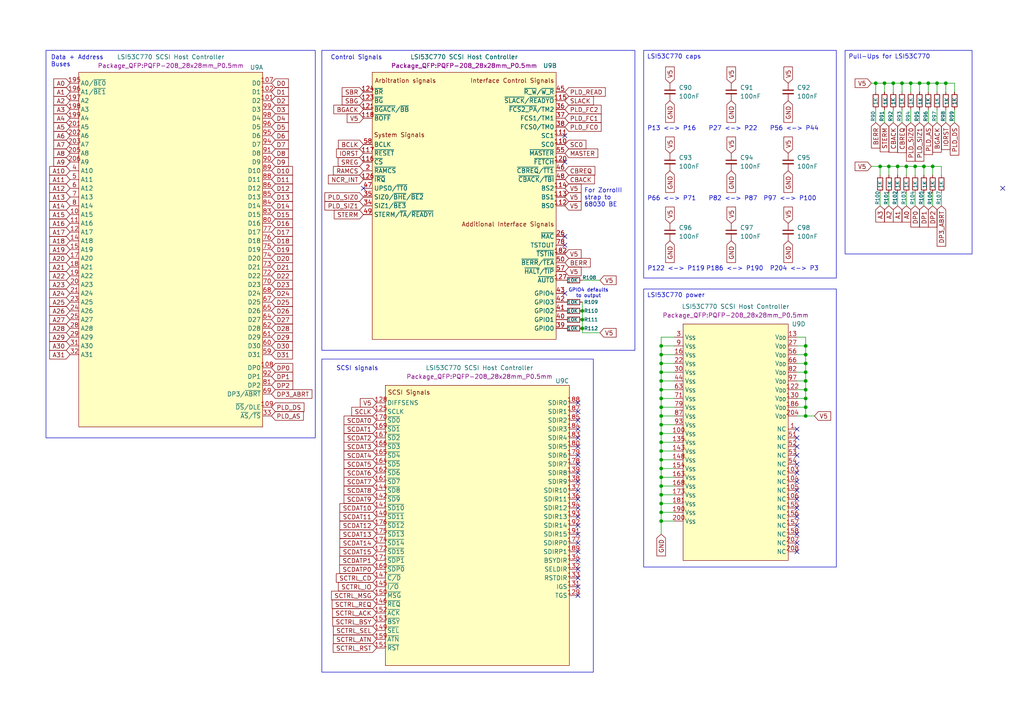
<source format=kicad_sch>
(kicad_sch (version 20250114) (generator "eeschema") (generator_version "9.0")
  (paper "A4")
  (title_block (title "A4092") (rev "PROTO0") (company "amiga.technology"))
  (rectangle (start 93.345 14.605) (end 184.15 101.6))
  (rectangle (start 13.335 14.605) (end 91.44 127))
  (rectangle (start 93.345 104.14) (end 172.085 194.945))
  (text "P13 <-> P16" (at 194.818 37.338 0) (effects (font (size 1.27 1.27))))
  (text "P122 <-> P119" (at 196.088 77.978 0) (effects (font (size 1.27 1.27))))
  (text "P66 <-> P71" (at 194.818 57.658 0) (effects (font (size 1.27 1.27))))
  (text "GPIO4 defaults\nto output" (at 170.688 85.09 0) (effects (font (size 1.016 1.016))))
  (text "P186 <-> P190" (at 213.106 77.978 0) (effects (font (size 1.27 1.27))))
  (text "SCSI signals" (at 103.632 106.934 0) (effects (font (size 1.27 1.27))))
  (text "Control Signals" (at 103.378 16.764 0) (effects (font (size 1.27 1.27))))
  (text "P204 <-> P3" (at 230.378 77.978 0) (effects (font (size 1.27 1.27))))
  (text "P56 <-> P44" (at 230.378 37.338 0) (effects (font (size 1.27 1.27))))
  (text "Data + Address\nBuses" (at 14.732 17.78 0) (effects (font (size 1.27 1.27)) (justify left)))
  (text "P82 <-> P87" (at 212.598 57.658 0) (effects (font (size 1.27 1.27))))
  (text "For ZorroIII\nstrap to \n68030 BE" (at 169.418 57.404 0) (effects (font (size 1.27 1.27)) (justify left)))
  (text "P27 <-> P22" (at 212.598 37.338 0) (effects (font (size 1.27 1.27))))
  (text "P97 <-> P100" (at 229.108 57.658 0) (effects (font (size 1.27 1.27))))
  (text_box "LSI53C770 caps" (at 186.69 14.605 0) (size 55.88 66.04) (margins 0.9525 0.9525 0.9525 0.9525) (effects (font (size 1.27 1.27)) (justify left top)))
  (text_box "LSI53C770 power" (at 186.69 83.82 0) (size 55.88 80.645) (margins 0.9525 0.9525 0.9525 0.9525) (effects (font (size 1.27 1.27)) (justify left top)))
  (text_box "Pull-Ups for LSI53C770" (at 245.11 14.605 0) (size 36.83 59.055) (margins 0.9525 0.9525 0.9525 0.9525) (effects (font (size 1.27 1.27)) (justify left top)))
  (junction (at 191.77 100.33))
  (junction (at 191.77 120.65))
  (junction (at 191.77 125.73))
  (junction (at 191.77 102.87))
  (junction (at 264.16 24.13))
  (junction (at 233.68 100.33))
  (junction (at 233.68 115.57))
  (junction (at 191.77 133.35))
  (junction (at 233.68 118.11))
  (junction (at 257.81 48.26))
  (junction (at 260.35 48.26))
  (junction (at 191.77 130.81))
  (junction (at 255.27 48.26))
  (junction (at 233.68 110.49))
  (junction (at 191.77 118.11))
  (junction (at 259.08 24.13))
  (junction (at 191.77 148.59))
  (junction (at 191.77 135.89))
  (junction (at 191.77 128.27))
  (junction (at 269.24 24.13))
  (junction (at 256.54 24.13))
  (junction (at 233.68 102.87))
  (junction (at 191.77 140.97))
  (junction (at 233.68 113.03))
  (junction (at 168.91 90.17))
  (junction (at 274.32 24.13))
  (junction (at 191.77 113.03))
  (junction (at 191.77 143.51))
  (junction (at 261.62 24.13))
  (junction (at 191.77 110.49))
  (junction (at 271.78 24.13))
  (junction (at 191.77 105.41))
  (junction (at 266.7 24.13))
  (junction (at 191.77 115.57))
  (junction (at 191.77 123.19))
  (junction (at 168.91 95.25))
  (junction (at 233.68 120.65))
  (junction (at 191.77 146.05))
  (junction (at 254 24.13))
  (junction (at 270.51 48.26))
  (junction (at 191.77 138.43))
  (junction (at 191.77 151.13))
  (junction (at 267.97 48.26))
  (junction (at 265.43 48.26))
  (junction (at 233.68 105.41))
  (junction (at 191.77 107.95))
  (junction (at 262.89 48.26))
  (junction (at 168.91 92.71))
  (junction (at 233.68 107.95))
  (no_connect (at 163.83 46.99))
  (no_connect (at 167.64 129.54))
  (no_connect (at 105.41 54.61))
  (no_connect (at 231.14 144.78))
  (no_connect (at 167.64 121.92))
  (no_connect (at 167.64 144.78))
  (no_connect (at 167.64 132.08))
  (no_connect (at 167.64 139.7))
  (no_connect (at 167.64 165.1))
  (no_connect (at 231.14 149.86))
  (no_connect (at 167.64 170.18))
  (no_connect (at 231.14 154.94))
  (no_connect (at 167.64 152.4))
  (no_connect (at 167.64 116.84))
  (no_connect (at 167.64 167.64))
  (no_connect (at 167.64 137.16))
  (no_connect (at 231.14 157.48))
  (no_connect (at 231.14 132.08))
  (no_connect (at 231.14 139.7))
  (no_connect (at 231.14 152.4))
  (no_connect (at 167.64 147.32))
  (no_connect (at 167.64 127))
  (no_connect (at 163.83 39.37))
  (no_connect (at 167.64 119.38))
  (no_connect (at 167.64 154.94))
  (no_connect (at 231.14 160.02))
  (no_connect (at 167.64 157.48))
  (no_connect (at 163.83 85.09))
  (no_connect (at 231.14 134.62))
  (no_connect (at 163.83 71.12))
  (no_connect (at 231.14 127))
  (no_connect (at 231.14 137.16))
  (no_connect (at 167.64 162.56))
  (no_connect (at 167.64 142.24))
  (no_connect (at 231.14 129.54))
  (no_connect (at 290.83 54.61))
  (no_connect (at 231.14 142.24))
  (no_connect (at 231.14 124.46))
  (no_connect (at 167.64 124.46))
  (no_connect (at 167.64 149.86))
  (no_connect (at 167.64 134.62))
  (no_connect (at 231.14 147.32))
  (no_connect (at 163.83 68.58))
  (no_connect (at 167.64 160.02))
  (no_connect (at 167.64 172.72))
  (wire (pts (xy 254 35.56) (xy 254 31.75)))
  (wire (pts (xy 168.91 90.17) (xy 168.91 92.71)))
  (wire (pts (xy 191.77 115.57) (xy 191.77 118.11)))
  (wire (pts (xy 257.81 59.69) (xy 257.81 55.88)))
  (wire (pts (xy 168.91 92.71) (xy 168.91 95.25)))
  (wire (pts (xy 233.68 113.03) (xy 233.68 115.57)))
  (wire (pts (xy 252.73 24.13) (xy 254 24.13)))
  (wire (pts (xy 191.77 146.05) (xy 195.58 146.05)))
  (wire (pts (xy 173.99 96.52) (xy 168.91 96.52)))
  (wire (pts (xy 273.05 48.26) (xy 273.05 50.8)))
  (wire (pts (xy 256.54 24.13) (xy 256.54 26.67)))
  (wire (pts (xy 191.77 123.19) (xy 191.77 125.73)))
  (wire (pts (xy 231.14 107.95) (xy 233.68 107.95)))
  (wire (pts (xy 233.68 118.11) (xy 233.68 120.65)))
  (wire (pts (xy 231.14 105.41) (xy 233.68 105.41)))
  (wire (pts (xy 274.32 24.13) (xy 274.32 26.67)))
  (wire (pts (xy 191.77 110.49) (xy 191.77 107.95)))
  (wire (pts (xy 262.89 59.69) (xy 262.89 55.88)))
  (wire (pts (xy 191.77 133.35) (xy 195.58 133.35)))
  (wire (pts (xy 265.43 59.69) (xy 265.43 55.88)))
  (wire (pts (xy 264.16 24.13) (xy 264.16 26.67)))
  (wire (pts (xy 255.27 59.69) (xy 255.27 55.88)))
  (wire (pts (xy 265.43 48.26) (xy 265.43 50.8)))
  (wire (pts (xy 270.51 48.26) (xy 273.05 48.26)))
  (wire (pts (xy 266.7 24.13) (xy 266.7 26.67)))
  (wire (pts (xy 233.68 102.87) (xy 233.68 105.41)))
  (wire (pts (xy 274.32 24.13) (xy 276.86 24.13)))
  (wire (pts (xy 191.77 148.59) (xy 191.77 151.13)))
  (wire (pts (xy 255.27 48.26) (xy 257.81 48.26)))
  (wire (pts (xy 191.77 151.13) (xy 191.77 154.94)))
  (wire (pts (xy 168.91 81.28) (xy 173.99 81.28)))
  (wire (pts (xy 261.62 24.13) (xy 264.16 24.13)))
  (wire (pts (xy 256.54 24.13) (xy 259.08 24.13)))
  (wire (pts (xy 270.51 59.69) (xy 270.51 55.88)))
  (wire (pts (xy 191.77 118.11) (xy 195.58 118.11)))
  (wire (pts (xy 256.54 35.56) (xy 256.54 31.75)))
  (wire (pts (xy 231.14 120.65) (xy 233.68 120.65)))
  (wire (pts (xy 254 24.13) (xy 256.54 24.13)))
  (wire (pts (xy 191.77 120.65) (xy 191.77 123.19)))
  (wire (pts (xy 191.77 97.79) (xy 191.77 100.33)))
  (wire (pts (xy 261.62 24.13) (xy 261.62 26.67)))
  (wire (pts (xy 276.86 24.13) (xy 276.86 26.67)))
  (wire (pts (xy 262.89 48.26) (xy 265.43 48.26)))
  (wire (pts (xy 257.81 48.26) (xy 257.81 50.8)))
  (wire (pts (xy 191.77 113.03) (xy 191.77 115.57)))
  (wire (pts (xy 191.77 146.05) (xy 191.77 148.59)))
  (wire (pts (xy 191.77 130.81) (xy 195.58 130.81)))
  (wire (pts (xy 269.24 24.13) (xy 271.78 24.13)))
  (wire (pts (xy 271.78 24.13) (xy 274.32 24.13)))
  (wire (pts (xy 191.77 102.87) (xy 195.58 102.87)))
  (wire (pts (xy 231.14 118.11) (xy 233.68 118.11)))
  (wire (pts (xy 236.22 120.65) (xy 233.68 120.65)))
  (wire (pts (xy 271.78 24.13) (xy 271.78 26.67)))
  (wire (pts (xy 191.77 148.59) (xy 195.58 148.59)))
  (wire (pts (xy 231.14 102.87) (xy 233.68 102.87)))
  (wire (pts (xy 191.77 125.73) (xy 195.58 125.73)))
  (wire (pts (xy 191.77 110.49) (xy 195.58 110.49)))
  (wire (pts (xy 191.77 105.41) (xy 191.77 102.87)))
  (wire (pts (xy 191.77 123.19) (xy 195.58 123.19)))
  (wire (pts (xy 191.77 102.87) (xy 191.77 100.33)))
  (wire (pts (xy 261.62 31.75) (xy 261.62 35.56)))
  (wire (pts (xy 259.08 35.56) (xy 259.08 31.75)))
  (wire (pts (xy 191.77 140.97) (xy 191.77 143.51)))
  (wire (pts (xy 231.14 97.79) (xy 233.68 97.79)))
  (wire (pts (xy 273.05 59.69) (xy 273.05 55.88)))
  (wire (pts (xy 255.27 48.26) (xy 255.27 50.8)))
  (wire (pts (xy 233.68 107.95) (xy 233.68 110.49)))
  (wire (pts (xy 191.77 140.97) (xy 195.58 140.97)))
  (wire (pts (xy 191.77 120.65) (xy 195.58 120.65)))
  (wire (pts (xy 191.77 138.43) (xy 195.58 138.43)))
  (wire (pts (xy 266.7 24.13) (xy 269.24 24.13)))
  (wire (pts (xy 191.77 143.51) (xy 191.77 146.05)))
  (wire (pts (xy 233.68 110.49) (xy 233.68 113.03)))
  (wire (pts (xy 233.68 105.41) (xy 233.68 107.95)))
  (wire (pts (xy 191.77 128.27) (xy 195.58 128.27)))
  (wire (pts (xy 191.77 135.89) (xy 195.58 135.89)))
  (wire (pts (xy 191.77 138.43) (xy 191.77 140.97)))
  (wire (pts (xy 254 24.13) (xy 254 26.67)))
  (wire (pts (xy 270.51 48.26) (xy 270.51 50.8)))
  (wire (pts (xy 231.14 115.57) (xy 233.68 115.57)))
  (wire (pts (xy 191.77 143.51) (xy 195.58 143.51)))
  (wire (pts (xy 233.68 100.33) (xy 233.68 102.87)))
  (wire (pts (xy 260.35 48.26) (xy 262.89 48.26)))
  (wire (pts (xy 191.77 133.35) (xy 191.77 135.89)))
  (wire (pts (xy 231.14 110.49) (xy 233.68 110.49)))
  (wire (pts (xy 259.08 24.13) (xy 261.62 24.13)))
  (wire (pts (xy 233.68 97.79) (xy 233.68 100.33)))
  (wire (pts (xy 191.77 100.33) (xy 195.58 100.33)))
  (wire (pts (xy 191.77 107.95) (xy 195.58 107.95)))
  (wire (pts (xy 257.81 48.26) (xy 260.35 48.26)))
  (wire (pts (xy 271.78 35.56) (xy 271.78 31.75)))
  (wire (pts (xy 276.86 35.56) (xy 276.86 31.75)))
  (wire (pts (xy 191.77 125.73) (xy 191.77 128.27)))
  (wire (pts (xy 191.77 105.41) (xy 195.58 105.41)))
  (wire (pts (xy 260.35 48.26) (xy 260.35 50.8)))
  (wire (pts (xy 168.91 87.63) (xy 168.91 90.17)))
  (wire (pts (xy 269.24 31.75) (xy 269.24 35.56)))
  (wire (pts (xy 274.32 35.56) (xy 274.32 31.75)))
  (wire (pts (xy 262.89 48.26) (xy 262.89 50.8)))
  (wire (pts (xy 260.35 59.69) (xy 260.35 55.88)))
  (wire (pts (xy 191.77 128.27) (xy 191.77 130.81)))
  (wire (pts (xy 191.77 113.03) (xy 195.58 113.03)))
  (wire (pts (xy 267.97 48.26) (xy 267.97 50.8)))
  (wire (pts (xy 266.7 31.75) (xy 266.7 35.56)))
  (wire (pts (xy 191.77 151.13) (xy 195.58 151.13)))
  (wire (pts (xy 195.58 115.57) (xy 191.77 115.57)))
  (wire (pts (xy 264.16 31.75) (xy 264.16 35.56)))
  (wire (pts (xy 195.58 97.79) (xy 191.77 97.79)))
  (wire (pts (xy 231.14 113.03) (xy 233.68 113.03)))
  (wire (pts (xy 267.97 48.26) (xy 270.51 48.26)))
  (wire (pts (xy 267.97 59.69) (xy 267.97 55.88)))
  (wire (pts (xy 265.43 48.26) (xy 267.97 48.26)))
  (wire (pts (xy 191.77 107.95) (xy 191.77 105.41)))
  (wire (pts (xy 231.14 100.33) (xy 233.68 100.33)))
  (wire (pts (xy 168.91 96.52) (xy 168.91 95.25)))
  (wire (pts (xy 252.73 48.26) (xy 255.27 48.26)))
  (wire (pts (xy 191.77 130.81) (xy 191.77 133.35)))
  (wire (pts (xy 191.77 135.89) (xy 191.77 138.43)))
  (wire (pts (xy 269.24 24.13) (xy 269.24 26.67)))
  (wire (pts (xy 264.16 24.13) (xy 266.7 24.13)))
  (wire (pts (xy 259.08 24.13) (xy 259.08 26.67)))
  (wire (pts (xy 191.77 113.03) (xy 191.77 110.49)))
  (wire (pts (xy 233.68 115.57) (xy 233.68 118.11)))
  (wire (pts (xy 191.77 118.11) (xy 191.77 120.65)))
  (global_label "A7" (shape input) (at 20.32 41.91 180) (property "Intersheetrefs" "${INTERSHEET_REFS}" (effects (hide yes))))
  (global_label "SCTRL_ATN" (shape input) (at 109.22 185.42 180) (property "Intersheetrefs" "${INTERSHEET_REFS}" (effects (hide yes))))
  (global_label "V5" (shape input) (at 173.99 81.28 0) (property "Intersheetrefs" "${INTERSHEET_REFS}" (effects (hide yes))))
  (global_label "CBACK" (shape input) (at 163.83 52.07 0) (property "Intersheetrefs" "${INTERSHEET_REFS}" (effects (hide yes))))
  (global_label "A23" (shape input) (at 20.32 82.55 180) (property "Intersheetrefs" "${INTERSHEET_REFS}" (effects (hide yes))))
  (global_label "A2" (shape input) (at 257.81 59.69 270) (property "Intersheetrefs" "${INTERSHEET_REFS}" (effects (hide yes))))
  (global_label "PLD_FC2" (shape input) (at 163.83 31.75 0) (property "Intersheetrefs" "${INTERSHEET_REFS}" (effects (hide yes))))
  (global_label "A20" (shape input) (at 20.32 74.93 180) (property "Intersheetrefs" "${INTERSHEET_REFS}" (effects (hide yes))))
  (global_label "A18" (shape input) (at 20.32 69.85 180) (property "Intersheetrefs" "${INTERSHEET_REFS}" (effects (hide yes))))
  (global_label "BGACK" (shape input) (at 271.78 35.56 270) (property "Intersheetrefs" "${INTERSHEET_REFS}" (effects (hide yes))))
  (global_label "SBG" (shape input) (at 105.41 29.21 180) (property "Intersheetrefs" "${INTERSHEET_REFS}" (effects (hide yes))))
  (global_label "PLD_SIZ1" (shape input) (at 266.7 35.56 270) (property "Intersheetrefs" "${INTERSHEET_REFS}" (effects (hide yes))))
  (global_label "DP0" (shape input) (at 78.74 106.68 0) (property "Intersheetrefs" "${INTERSHEET_REFS}" (effects (hide yes))))
  (global_label "V5" (shape input) (at 194.31 64.77 90) (property "Intersheetrefs" "${INTERSHEET_REFS}" (effects (hide yes))))
  (global_label "GND" (shape input) (at 228.6 49.53 270) (property "Intersheetrefs" "${INTERSHEET_REFS}" (effects (hide yes))))
  (global_label "CBREQ" (shape input) (at 163.83 49.53 0) (property "Intersheetrefs" "${INTERSHEET_REFS}" (effects (hide yes))))
  (global_label "SCDAT6" (shape input) (at 109.22 137.16 180) (property "Intersheetrefs" "${INTERSHEET_REFS}" (effects (hide yes))))
  (global_label "V5" (shape input) (at 163.83 59.69 0) (property "Intersheetrefs" "${INTERSHEET_REFS}" (effects (hide yes))))
  (global_label "SCDATP1" (shape input) (at 109.22 162.56 180) (property "Intersheetrefs" "${INTERSHEET_REFS}" (effects (hide yes))))
  (global_label "PLD_AS" (shape input) (at 78.74 120.65 0) (property "Intersheetrefs" "${INTERSHEET_REFS}" (effects (hide yes))))
  (global_label "SCDAT14" (shape input) (at 109.22 157.48 180) (property "Intersheetrefs" "${INTERSHEET_REFS}" (effects (hide yes))))
  (global_label "D12" (shape input) (at 78.74 54.61 0) (property "Intersheetrefs" "${INTERSHEET_REFS}" (effects (hide yes))))
  (global_label "A5" (shape input) (at 20.32 36.83 180) (property "Intersheetrefs" "${INTERSHEET_REFS}" (effects (hide yes))))
  (global_label "D25" (shape input) (at 78.74 87.63 0) (property "Intersheetrefs" "${INTERSHEET_REFS}" (effects (hide yes))))
  (global_label "SCDAT15" (shape input) (at 109.22 160.02 180) (property "Intersheetrefs" "${INTERSHEET_REFS}" (effects (hide yes))))
  (global_label "A11" (shape input) (at 20.32 52.07 180) (property "Intersheetrefs" "${INTERSHEET_REFS}" (effects (hide yes))))
  (global_label "V5" (shape input) (at 173.99 96.52 0) (property "Intersheetrefs" "${INTERSHEET_REFS}" (effects (hide yes))))
  (global_label "V5" (shape input) (at 163.83 54.61 0) (property "Intersheetrefs" "${INTERSHEET_REFS}" (effects (hide yes))))
  (global_label "A8" (shape input) (at 20.32 44.45 180) (property "Intersheetrefs" "${INTERSHEET_REFS}" (effects (hide yes))))
  (global_label "A17" (shape input) (at 20.32 67.31 180) (property "Intersheetrefs" "${INTERSHEET_REFS}" (effects (hide yes))))
  (global_label "D9" (shape input) (at 78.74 46.99 0) (property "Intersheetrefs" "${INTERSHEET_REFS}" (effects (hide yes))))
  (global_label "A12" (shape input) (at 20.32 54.61 180) (property "Intersheetrefs" "${INTERSHEET_REFS}" (effects (hide yes))))
  (global_label "GND" (shape input) (at 228.6 69.85 270) (property "Intersheetrefs" "${INTERSHEET_REFS}" (effects (hide yes))))
  (global_label "D17" (shape input) (at 78.74 67.31 0) (property "Intersheetrefs" "${INTERSHEET_REFS}" (effects (hide yes))))
  (global_label "D11" (shape input) (at 78.74 52.07 0) (property "Intersheetrefs" "${INTERSHEET_REFS}" (effects (hide yes))))
  (global_label "A1" (shape input) (at 260.35 59.69 270) (property "Intersheetrefs" "${INTERSHEET_REFS}" (effects (hide yes))))
  (global_label "GND" (shape input) (at 191.77 154.94 270) (property "Intersheetrefs" "${INTERSHEET_REFS}" (effects (hide yes))))
  (global_label "D8" (shape input) (at 78.74 44.45 0) (property "Intersheetrefs" "${INTERSHEET_REFS}" (effects (hide yes))))
  (global_label "PLD_DS" (shape input) (at 78.74 118.11 0) (property "Intersheetrefs" "${INTERSHEET_REFS}" (effects (hide yes))))
  (global_label "D18" (shape input) (at 78.74 69.85 0) (property "Intersheetrefs" "${INTERSHEET_REFS}" (effects (hide yes))))
  (global_label "SCDAT3" (shape input) (at 109.22 129.54 180) (property "Intersheetrefs" "${INTERSHEET_REFS}" (effects (hide yes))))
  (global_label "SCTRL_SEL" (shape input) (at 109.22 182.88 180) (property "Intersheetrefs" "${INTERSHEET_REFS}" (effects (hide yes))))
  (global_label "A3" (shape input) (at 255.27 59.69 270) (property "Intersheetrefs" "${INTERSHEET_REFS}" (effects (hide yes))))
  (global_label "A2" (shape input) (at 20.32 29.21 180) (property "Intersheetrefs" "${INTERSHEET_REFS}" (effects (hide yes))))
  (global_label "D31" (shape input) (at 78.74 102.87 0) (property "Intersheetrefs" "${INTERSHEET_REFS}" (effects (hide yes))))
  (global_label "PLD_SIZ1" (shape input) (at 105.41 59.69 180) (property "Intersheetrefs" "${INTERSHEET_REFS}" (effects (hide yes))))
  (global_label "V5" (shape input) (at 236.22 120.65 0) (property "Intersheetrefs" "${INTERSHEET_REFS}" (effects (hide yes))))
  (global_label "A9" (shape input) (at 20.32 46.99 180) (property "Intersheetrefs" "${INTERSHEET_REFS}" (effects (hide yes))))
  (global_label "A28" (shape input) (at 20.32 95.25 180) (property "Intersheetrefs" "${INTERSHEET_REFS}" (effects (hide yes))))
  (global_label "V5" (shape input) (at 228.6 44.45 90) (property "Intersheetrefs" "${INTERSHEET_REFS}" (effects (hide yes))))
  (global_label "V5" (shape input) (at 163.83 78.74 0) (property "Intersheetrefs" "${INTERSHEET_REFS}" (effects (hide yes))))
  (global_label "A14" (shape input) (at 20.32 59.69 180) (property "Intersheetrefs" "${INTERSHEET_REFS}" (effects (hide yes))))
  (global_label "A25" (shape input) (at 20.32 87.63 180) (property "Intersheetrefs" "${INTERSHEET_REFS}" (effects (hide yes))))
  (global_label "DP3_ABRT" (shape input) (at 273.05 59.69 270) (property "Intersheetrefs" "${INTERSHEET_REFS}" (effects (hide yes))))
  (global_label "MASTER" (shape input) (at 163.83 44.45 0) (property "Intersheetrefs" "${INTERSHEET_REFS}" (effects (hide yes))))
  (global_label "V5" (shape input) (at 194.31 24.13 90) (property "Intersheetrefs" "${INTERSHEET_REFS}" (effects (hide yes))))
  (global_label "A16" (shape input) (at 20.32 64.77 180) (property "Intersheetrefs" "${INTERSHEET_REFS}" (effects (hide yes))))
  (global_label "D26" (shape input) (at 78.74 90.17 0) (property "Intersheetrefs" "${INTERSHEET_REFS}" (effects (hide yes))))
  (global_label "IORST" (shape input) (at 274.32 35.56 270) (property "Intersheetrefs" "${INTERSHEET_REFS}" (effects (hide yes))))
  (global_label "V5" (shape input) (at 252.73 24.13 180) (property "Intersheetrefs" "${INTERSHEET_REFS}" (effects (hide yes))))
  (global_label "GND" (shape input) (at 212.09 49.53 270) (property "Intersheetrefs" "${INTERSHEET_REFS}" (effects (hide yes))))
  (global_label "SCDAT7" (shape input) (at 109.22 139.7 180) (property "Intersheetrefs" "${INTERSHEET_REFS}" (effects (hide yes))))
  (global_label "SBR" (shape input) (at 105.41 26.67 180) (property "Intersheetrefs" "${INTERSHEET_REFS}" (effects (hide yes))))
  (global_label "SCTRL_RST" (shape input) (at 109.22 187.96 180) (property "Intersheetrefs" "${INTERSHEET_REFS}" (effects (hide yes))))
  (global_label "A19" (shape input) (at 20.32 72.39 180) (property "Intersheetrefs" "${INTERSHEET_REFS}" (effects (hide yes))))
  (global_label "SCTRL_REQ" (shape input) (at 109.22 175.26 180) (property "Intersheetrefs" "${INTERSHEET_REFS}" (effects (hide yes))))
  (global_label "A13" (shape input) (at 20.32 57.15 180) (property "Intersheetrefs" "${INTERSHEET_REFS}" (effects (hide yes))))
  (global_label "A21" (shape input) (at 20.32 77.47 180) (property "Intersheetrefs" "${INTERSHEET_REFS}" (effects (hide yes))))
  (global_label "A29" (shape input) (at 20.32 97.79 180) (property "Intersheetrefs" "${INTERSHEET_REFS}" (effects (hide yes))))
  (global_label "DP3_ABRT" (shape input) (at 78.74 114.3 0) (property "Intersheetrefs" "${INTERSHEET_REFS}" (effects (hide yes))))
  (global_label "D14" (shape input) (at 78.74 59.69 0) (property "Intersheetrefs" "${INTERSHEET_REFS}" (effects (hide yes))))
  (global_label "D0" (shape input) (at 78.74 24.13 0) (property "Intersheetrefs" "${INTERSHEET_REFS}" (effects (hide yes))))
  (global_label "A15" (shape input) (at 20.32 62.23 180) (property "Intersheetrefs" "${INTERSHEET_REFS}" (effects (hide yes))))
  (global_label "A24" (shape input) (at 20.32 85.09 180) (property "Intersheetrefs" "${INTERSHEET_REFS}" (effects (hide yes))))
  (global_label "A31" (shape input) (at 20.32 102.87 180) (property "Intersheetrefs" "${INTERSHEET_REFS}" (effects (hide yes))))
  (global_label "SCDAT1" (shape input) (at 109.22 124.46 180) (property "Intersheetrefs" "${INTERSHEET_REFS}" (effects (hide yes))))
  (global_label "A3" (shape input) (at 20.32 31.75 180) (property "Intersheetrefs" "${INTERSHEET_REFS}" (effects (hide yes))))
  (global_label "SCTRL_CD" (shape input) (at 109.22 167.64 180) (property "Intersheetrefs" "${INTERSHEET_REFS}" (effects (hide yes))))
  (global_label "CBREQ" (shape input) (at 261.62 35.56 270) (property "Intersheetrefs" "${INTERSHEET_REFS}" (effects (hide yes))))
  (global_label "D7" (shape input) (at 78.74 41.91 0) (property "Intersheetrefs" "${INTERSHEET_REFS}" (effects (hide yes))))
  (global_label "SCTRL_IO" (shape input) (at 109.22 170.18 180) (property "Intersheetrefs" "${INTERSHEET_REFS}" (effects (hide yes))))
  (global_label "CBACK" (shape input) (at 259.08 35.56 270) (property "Intersheetrefs" "${INTERSHEET_REFS}" (effects (hide yes))))
  (global_label "D10" (shape input) (at 78.74 49.53 0) (property "Intersheetrefs" "${INTERSHEET_REFS}" (effects (hide yes))))
  (global_label "D1" (shape input) (at 78.74 26.67 0) (property "Intersheetrefs" "${INTERSHEET_REFS}" (effects (hide yes))))
  (global_label "STERM" (shape input) (at 105.41 62.23 180) (property "Intersheetrefs" "${INTERSHEET_REFS}" (effects (hide yes))))
  (global_label "A30" (shape input) (at 20.32 100.33 180) (property "Intersheetrefs" "${INTERSHEET_REFS}" (effects (hide yes))))
  (global_label "V5" (shape input) (at 194.31 44.45 90) (property "Intersheetrefs" "${INTERSHEET_REFS}" (effects (hide yes))))
  (global_label "IORST" (shape input) (at 105.41 44.45 180) (property "Intersheetrefs" "${INTERSHEET_REFS}" (effects (hide yes))))
  (global_label "SCTRL_BSY" (shape input) (at 109.22 180.34 180) (property "Intersheetrefs" "${INTERSHEET_REFS}" (effects (hide yes))))
  (global_label "BERR" (shape input) (at 254 35.56 270) (property "Intersheetrefs" "${INTERSHEET_REFS}" (effects (hide yes))))
  (global_label "D27" (shape input) (at 78.74 92.71 0) (property "Intersheetrefs" "${INTERSHEET_REFS}" (effects (hide yes))))
  (global_label "D4" (shape input) (at 78.74 34.29 0) (property "Intersheetrefs" "${INTERSHEET_REFS}" (effects (hide yes))))
  (global_label "A10" (shape input) (at 20.32 49.53 180) (property "Intersheetrefs" "${INTERSHEET_REFS}" (effects (hide yes))))
  (global_label "V5" (shape input) (at 252.73 48.26 180) (property "Intersheetrefs" "${INTERSHEET_REFS}" (effects (hide yes))))
  (global_label "D28" (shape input) (at 78.74 95.25 0) (property "Intersheetrefs" "${INTERSHEET_REFS}" (effects (hide yes))))
  (global_label "D2" (shape input) (at 78.74 29.21 0) (property "Intersheetrefs" "${INTERSHEET_REFS}" (effects (hide yes))))
  (global_label "SCDAT13" (shape input) (at 109.22 154.94 180) (property "Intersheetrefs" "${INTERSHEET_REFS}" (effects (hide yes))))
  (global_label "V5" (shape input) (at 228.6 64.77 90) (property "Intersheetrefs" "${INTERSHEET_REFS}" (effects (hide yes))))
  (global_label "BCLK" (shape input) (at 105.41 41.91 180) (property "Intersheetrefs" "${INTERSHEET_REFS}" (effects (hide yes))))
  (global_label "A22" (shape input) (at 20.32 80.01 180) (property "Intersheetrefs" "${INTERSHEET_REFS}" (effects (hide yes))))
  (global_label "PLD_FC1" (shape input) (at 163.83 34.29 0) (property "Intersheetrefs" "${INTERSHEET_REFS}" (effects (hide yes))))
  (global_label "SCLK" (shape input) (at 109.22 119.38 180) (property "Intersheetrefs" "${INTERSHEET_REFS}" (effects (hide yes))))
  (global_label "V5" (shape input) (at 212.09 24.13 90) (property "Intersheetrefs" "${INTERSHEET_REFS}" (effects (hide yes))))
  (global_label "PLD_READ" (shape input) (at 163.83 26.67 0) (property "Intersheetrefs" "${INTERSHEET_REFS}" (effects (hide yes))))
  (global_label "DP1" (shape input) (at 78.74 109.22 0) (property "Intersheetrefs" "${INTERSHEET_REFS}" (effects (hide yes))))
  (global_label "A0" (shape input) (at 262.89 59.69 270) (property "Intersheetrefs" "${INTERSHEET_REFS}" (effects (hide yes))))
  (global_label "GND" (shape input) (at 212.09 69.85 270) (property "Intersheetrefs" "${INTERSHEET_REFS}" (effects (hide yes))))
  (global_label "GND" (shape input) (at 212.09 29.21 270) (property "Intersheetrefs" "${INTERSHEET_REFS}" (effects (hide yes))))
  (global_label "SCDATP0" (shape input) (at 109.22 165.1 180) (property "Intersheetrefs" "${INTERSHEET_REFS}" (effects (hide yes))))
  (global_label "D15" (shape input) (at 78.74 62.23 0) (property "Intersheetrefs" "${INTERSHEET_REFS}" (effects (hide yes))))
  (global_label "SREG" (shape input) (at 105.41 46.99 180) (property "Intersheetrefs" "${INTERSHEET_REFS}" (effects (hide yes))))
  (global_label "SCDAT4" (shape input) (at 109.22 132.08 180) (property "Intersheetrefs" "${INTERSHEET_REFS}" (effects (hide yes))))
  (global_label "DP0" (shape input) (at 265.43 59.69 270) (property "Intersheetrefs" "${INTERSHEET_REFS}" (effects (hide yes))))
  (global_label "D23" (shape input) (at 78.74 82.55 0) (property "Intersheetrefs" "${INTERSHEET_REFS}" (effects (hide yes))))
  (global_label "A0" (shape input) (at 20.32 24.13 180) (property "Intersheetrefs" "${INTERSHEET_REFS}" (effects (hide yes))))
  (global_label "A26" (shape input) (at 20.32 90.17 180) (property "Intersheetrefs" "${INTERSHEET_REFS}" (effects (hide yes))))
  (global_label "PLD_AS" (shape input) (at 269.24 35.56 270) (property "Intersheetrefs" "${INTERSHEET_REFS}" (effects (hide yes))))
  (global_label "V5" (shape input) (at 163.83 73.66 0) (property "Intersheetrefs" "${INTERSHEET_REFS}" (effects (hide yes))))
  (global_label "A6" (shape input) (at 20.32 39.37 180) (property "Intersheetrefs" "${INTERSHEET_REFS}" (effects (hide yes))))
  (global_label "DP2" (shape input) (at 270.51 59.69 270) (property "Intersheetrefs" "${INTERSHEET_REFS}" (effects (hide yes))))
  (global_label "RAMCS" (shape input) (at 105.41 49.53 180) (property "Intersheetrefs" "${INTERSHEET_REFS}" (effects (hide yes))))
  (global_label "SCDAT0" (shape input) (at 109.22 121.92 180) (property "Intersheetrefs" "${INTERSHEET_REFS}" (effects (hide yes))))
  (global_label "SCDAT11" (shape input) (at 109.22 149.86 180) (property "Intersheetrefs" "${INTERSHEET_REFS}" (effects (hide yes))))
  (global_label "STERM" (shape input) (at 256.54 35.56 270) (property "Intersheetrefs" "${INTERSHEET_REFS}" (effects (hide yes))))
  (global_label "A1" (shape input) (at 20.32 26.67 180) (property "Intersheetrefs" "${INTERSHEET_REFS}" (effects (hide yes))))
  (global_label "SCDAT12" (shape input) (at 109.22 152.4 180) (property "Intersheetrefs" "${INTERSHEET_REFS}" (effects (hide yes))))
  (global_label "D5" (shape input) (at 78.74 36.83 0) (property "Intersheetrefs" "${INTERSHEET_REFS}" (effects (hide yes))))
  (global_label "D16" (shape input) (at 78.74 64.77 0) (property "Intersheetrefs" "${INTERSHEET_REFS}" (effects (hide yes))))
  (global_label "D3" (shape input) (at 78.74 31.75 0) (property "Intersheetrefs" "${INTERSHEET_REFS}" (effects (hide yes))))
  (global_label "PLD_DS" (shape input) (at 276.86 35.56 270) (property "Intersheetrefs" "${INTERSHEET_REFS}" (effects (hide yes))))
  (global_label "SC0" (shape input) (at 163.83 41.91 0) (property "Intersheetrefs" "${INTERSHEET_REFS}" (effects (hide yes))))
  (global_label "A4" (shape input) (at 20.32 34.29 180) (property "Intersheetrefs" "${INTERSHEET_REFS}" (effects (hide yes))))
  (global_label "GND" (shape input) (at 194.31 49.53 270) (property "Intersheetrefs" "${INTERSHEET_REFS}" (effects (hide yes))))
  (global_label "SCDAT2" (shape input) (at 109.22 127 180) (property "Intersheetrefs" "${INTERSHEET_REFS}" (effects (hide yes))))
  (global_label "D21" (shape input) (at 78.74 77.47 0) (property "Intersheetrefs" "${INTERSHEET_REFS}" (effects (hide yes))))
  (global_label "D30" (shape input) (at 78.74 100.33 0) (property "Intersheetrefs" "${INTERSHEET_REFS}" (effects (hide yes))))
  (global_label "D13" (shape input) (at 78.74 57.15 0) (property "Intersheetrefs" "${INTERSHEET_REFS}" (effects (hide yes))))
  (global_label "V5" (shape input) (at 212.09 64.77 90) (property "Intersheetrefs" "${INTERSHEET_REFS}" (effects (hide yes))))
  (global_label "NCR_INT" (shape input) (at 105.41 52.07 180) (property "Intersheetrefs" "${INTERSHEET_REFS}" (effects (hide yes))))
  (global_label "BERR" (shape input) (at 163.83 76.2 0) (property "Intersheetrefs" "${INTERSHEET_REFS}" (effects (hide yes))))
  (global_label "GND" (shape input) (at 228.6 29.21 270) (property "Intersheetrefs" "${INTERSHEET_REFS}" (effects (hide yes))))
  (global_label "D29" (shape input) (at 78.74 97.79 0) (property "Intersheetrefs" "${INTERSHEET_REFS}" (effects (hide yes))))
  (global_label "D22" (shape input) (at 78.74 80.01 0) (property "Intersheetrefs" "${INTERSHEET_REFS}" (effects (hide yes))))
  (global_label "SLACK" (shape input) (at 163.83 29.21 0) (property "Intersheetrefs" "${INTERSHEET_REFS}" (effects (hide yes))))
  (global_label "SCTRL_MSG" (shape input) (at 109.22 172.72 180) (property "Intersheetrefs" "${INTERSHEET_REFS}" (effects (hide yes))))
  (global_label "SCDAT5" (shape input) (at 109.22 134.62 180) (property "Intersheetrefs" "${INTERSHEET_REFS}" (effects (hide yes))))
  (global_label "GND" (shape input) (at 194.31 29.21 270) (property "Intersheetrefs" "${INTERSHEET_REFS}" (effects (hide yes))))
  (global_label "SCTRL_ACK" (shape input) (at 109.22 177.8 180) (property "Intersheetrefs" "${INTERSHEET_REFS}" (effects (hide yes))))
  (global_label "D20" (shape input) (at 78.74 74.93 0) (property "Intersheetrefs" "${INTERSHEET_REFS}" (effects (hide yes))))
  (global_label "PLD_SIZ0" (shape input) (at 105.41 57.15 180) (property "Intersheetrefs" "${INTERSHEET_REFS}" (effects (hide yes))))
  (global_label "SCDAT9" (shape input) (at 109.22 144.78 180) (property "Intersheetrefs" "${INTERSHEET_REFS}" (effects (hide yes))))
  (global_label "V5" (shape input) (at 105.41 34.29 180) (property "Intersheetrefs" "${INTERSHEET_REFS}" (effects (hide yes))))
  (global_label "PLD_SIZ0" (shape input) (at 264.16 35.56 270) (property "Intersheetrefs" "${INTERSHEET_REFS}" (effects (hide yes))))
  (global_label "V5" (shape input) (at 212.09 44.45 90) (property "Intersheetrefs" "${INTERSHEET_REFS}" (effects (hide yes))))
  (global_label "DP2" (shape input) (at 78.74 111.76 0) (property "Intersheetrefs" "${INTERSHEET_REFS}" (effects (hide yes))))
  (global_label "V5" (shape input) (at 163.83 57.15 0) (property "Intersheetrefs" "${INTERSHEET_REFS}" (effects (hide yes))))
  (global_label "D24" (shape input) (at 78.74 85.09 0) (property "Intersheetrefs" "${INTERSHEET_REFS}" (effects (hide yes))))
  (global_label "D19" (shape input) (at 78.74 72.39 0) (property "Intersheetrefs" "${INTERSHEET_REFS}" (effects (hide yes))))
  (global_label "SCDAT8" (shape input) (at 109.22 142.24 180) (property "Intersheetrefs" "${INTERSHEET_REFS}" (effects (hide yes))))
  (global_label "D6" (shape input) (at 78.74 39.37 0) (property "Intersheetrefs" "${INTERSHEET_REFS}" (effects (hide yes))))
  (global_label "SCDAT10" (shape input) (at 109.22 147.32 180) (property "Intersheetrefs" "${INTERSHEET_REFS}" (effects (hide yes))))
  (global_label "A27" (shape input) (at 20.32 92.71 180) (property "Intersheetrefs" "${INTERSHEET_REFS}" (effects (hide yes))))
  (global_label "GND" (shape input) (at 194.31 69.85 270) (property "Intersheetrefs" "${INTERSHEET_REFS}" (effects (hide yes))))
  (global_label "V5" (shape input) (at 109.22 116.84 180) (property "Intersheetrefs" "${INTERSHEET_REFS}" (effects (hide yes))))
  (global_label "DP1" (shape input) (at 267.97 59.69 270) (property "Intersheetrefs" "${INTERSHEET_REFS}" (effects (hide yes))))
  (global_label "V5" (shape input) (at 228.6 24.13 90) (property "Intersheetrefs" "${INTERSHEET_REFS}" (effects (hide yes))))
  (global_label "BGACK" (shape input) (at 105.41 31.75 180) (property "Intersheetrefs" "${INTERSHEET_REFS}" (effects (hide yes))))
  (global_label "PLD_FC0" (shape input) (at 163.83 36.83 0) (property "Intersheetrefs" "${INTERSHEET_REFS}" (effects (hide yes))))
  (symbol (lib_id "Device:R_Small") (at 271.78 29.21 0) (unit 1)
    (property "Reference" "R97" (at 271.018 35.306 90) (effects (font (size 1.016 1.016)) (justify left)))
    (property "Value" "1K" (at 271.78 30.48 90) (effects (font (size 1.016 1.016)) (justify left)))
    (property "Footprint" "Resistor_SMD:R_0603_1608Metric_Pad0.98x0.95mm_HandSolder" (effects (hide yes)))
    (property "Description" "Resistor, small symbol" (effects (hide yes)))
  )
  (symbol (lib_id "NCRSCSI:LSI53C770") (at 213.36 128.27 0) (unit 4)
    (property "Reference" "U9" (at 231.648 93.98 0))
    (property "Value" "LSI53C770 SCSI Host Controller" (at 213.36 88.9 0))
    (property "Footprint" "Package_QFP:PQFP-208_28x28mm_P0.5mm" (at 213.36 91.44 0))
    (property "Datasheet" "http://www.bitsavers.org/components/ncr_symbios/scsi/53C770/LSI53C770_V2.1_200103.pdf" (effects (hide yes)))
  )
  (symbol (lib_id "NCRSCSI:LSI53C770") (at 134.62 59.69 0) (unit 2)
    (property "Reference" "U9" (at 159.512 19.05 0))
    (property "Value" "LSI53C770 SCSI Host Controller" (at 134.62 16.51 0))
    (property "Footprint" "Package_QFP:PQFP-208_28x28mm_P0.5mm" (at 134.62 19.05 0))
    (property "Datasheet" "http://www.bitsavers.org/components/ncr_symbios/scsi/53C770/LSI53C770_V2.1_200103.pdf" (effects (hide yes)))
  )
  (symbol (lib_id "Device:C_Small") (at 228.6 67.31 0) (unit 1)
    (property "Reference" "C98" (at 231.14 66.0462 0) (effects (justify left)))
    (property "Value" "100nF" (at 231.14 68.5862 0) (effects (justify left)))
    (property "Footprint" "Capacitor_SMD:C_0603_1608Metric_Pad1.08x0.95mm_HandSolder" (effects (hide yes)))
    (property "Description" "Unpolarized capacitor, small symbol" (effects (hide yes)))
    (property "LCSC Part #" "C14663" (effects (hide yes)))
  )
  (symbol (lib_id "Device:R_Small") (at 265.43 53.34 0) (unit 1)
    (property "Reference" "R104" (at 264.668 59.436 90) (effects (font (size 1.016 1.016)) (justify left)))
    (property "Value" "1K" (at 265.43 54.61 90) (effects (font (size 1.016 1.016)) (justify left)))
    (property "Footprint" "Resistor_SMD:R_0603_1608Metric_Pad0.98x0.95mm_HandSolder" (effects (hide yes)))
    (property "Description" "Resistor, small symbol" (effects (hide yes)))
  )
  (symbol (lib_id "Device:R_Small") (at 166.37 95.25 90) (unit 1)
    (property "Reference" "R112" (at 173.482 95.25 90) (effects (font (size 1.016 1.016)) (justify left)))
    (property "Value" "10K" (at 167.64 95.25 90) (effects (font (size 1.016 1.016)) (justify left)))
    (property "Footprint" "Resistor_SMD:R_0603_1608Metric_Pad0.98x0.95mm_HandSolder" (effects (hide yes)))
    (property "Description" "Resistor, small symbol" (effects (hide yes)))
  )
  (symbol (lib_id "Device:R_Small") (at 274.32 29.21 0) (unit 1)
    (property "Reference" "R98" (at 273.558 35.306 90) (effects (font (size 1.016 1.016)) (justify left)))
    (property "Value" "1K" (at 274.574 30.48 90) (effects (font (size 1.016 1.016)) (justify left)))
    (property "Footprint" "Resistor_SMD:R_0603_1608Metric_Pad0.98x0.95mm_HandSolder" (effects (hide yes)))
    (property "Description" "Resistor, small symbol" (effects (hide yes)))
  )
  (symbol (lib_id "Device:R_Small") (at 166.37 92.71 90) (unit 1)
    (property "Reference" "R111" (at 173.482 92.71 90) (effects (font (size 1.016 1.016)) (justify left)))
    (property "Value" "10K" (at 167.64 92.71 90) (effects (font (size 1.016 1.016)) (justify left)))
    (property "Footprint" "Resistor_SMD:R_0603_1608Metric_Pad0.98x0.95mm_HandSolder" (effects (hide yes)))
    (property "Description" "Resistor, small symbol" (effects (hide yes)))
  )
  (symbol (lib_id "Device:C_Small") (at 194.31 26.67 0) (unit 1)
    (property "Reference" "C90" (at 196.85 25.4062 0) (effects (justify left)))
    (property "Value" "100nF" (at 196.85 27.9462 0) (effects (justify left)))
    (property "Footprint" "Capacitor_SMD:C_0603_1608Metric_Pad1.08x0.95mm_HandSolder" (effects (hide yes)))
    (property "Description" "Unpolarized capacitor, small symbol" (effects (hide yes)))
    (property "LCSC Part #" "C14663" (effects (hide yes)))
  )
  (symbol (lib_id "Device:C_Small") (at 194.31 46.99 0) (unit 1)
    (property "Reference" "C93" (at 196.85 45.7262 0) (effects (justify left)))
    (property "Value" "100nF" (at 196.85 48.2662 0) (effects (justify left)))
    (property "Footprint" "Capacitor_SMD:C_0603_1608Metric_Pad1.08x0.95mm_HandSolder" (effects (hide yes)))
    (property "Description" "Unpolarized capacitor, small symbol" (effects (hide yes)))
    (property "LCSC Part #" "C57112" (effects (hide yes)))
  )
  (symbol (lib_id "NCRSCSI:LSI53C770") (at 49.53 72.39 0) (unit 1)
    (property "Reference" "U9" (at 74.422 19.558 0))
    (property "Value" "LSI53C770 SCSI Host Controller" (at 49.53 16.51 0))
    (property "Footprint" "Package_QFP:PQFP-208_28x28mm_P0.5mm" (at 49.53 19.05 0))
    (property "Datasheet" "http://www.bitsavers.org/components/ncr_symbios/scsi/53C770/LSI53C770_V2.1_200103.pdf" (effects (hide yes)))
  )
  (symbol (lib_id "Device:C_Small") (at 212.09 46.99 0) (unit 1)
    (property "Reference" "C94" (at 214.63 45.7262 0) (effects (justify left)))
    (property "Value" "100nF" (at 214.63 48.2662 0) (effects (justify left)))
    (property "Footprint" "Capacitor_SMD:C_0603_1608Metric_Pad1.08x0.95mm_HandSolder" (effects (hide yes)))
    (property "Description" "Unpolarized capacitor, small symbol" (effects (hide yes)))
    (property "LCSC Part #" "C14663" (effects (hide yes)))
  )
  (symbol (lib_id "Device:R_Small") (at 273.05 53.34 0) (unit 1)
    (property "Reference" "R107" (at 272.288 59.436 90) (effects (font (size 1.016 1.016)) (justify left)))
    (property "Value" "1K" (at 273.05 54.61 90) (effects (font (size 1.016 1.016)) (justify left)))
    (property "Footprint" "Resistor_SMD:R_0603_1608Metric_Pad0.98x0.95mm_HandSolder" (effects (hide yes)))
    (property "Description" "Resistor, small symbol" (effects (hide yes)))
  )
  (symbol (lib_id "Device:R_Small") (at 262.89 53.34 0) (unit 1)
    (property "Reference" "R103" (at 262.128 59.436 90) (effects (font (size 1.016 1.016)) (justify left)))
    (property "Value" "1K" (at 262.89 54.61 90) (effects (font (size 1.016 1.016)) (justify left)))
    (property "Footprint" "Resistor_SMD:R_0603_1608Metric_Pad0.98x0.95mm_HandSolder" (effects (hide yes)))
    (property "Description" "Resistor, small symbol" (effects (hide yes)))
  )
  (symbol (lib_id "Device:R_Small") (at 259.08 29.21 0) (unit 1)
    (property "Reference" "R92" (at 258.318 35.306 90) (effects (font (size 1.016 1.016)) (justify left)))
    (property "Value" "1K" (at 259.08 30.48 90) (effects (font (size 1.016 1.016)) (justify left)))
    (property "Footprint" "Resistor_SMD:R_0603_1608Metric_Pad0.98x0.95mm_HandSolder" (effects (hide yes)))
    (property "Description" "Resistor, small symbol" (effects (hide yes)))
  )
  (symbol (lib_id "Device:C_Small") (at 194.31 67.31 0) (unit 1)
    (property "Reference" "C96" (at 196.85 66.0462 0) (effects (justify left)))
    (property "Value" "100nF" (at 196.85 68.5862 0) (effects (justify left)))
    (property "Footprint" "Capacitor_SMD:C_0603_1608Metric_Pad1.08x0.95mm_HandSolder" (effects (hide yes)))
    (property "Description" "Unpolarized capacitor, small symbol" (effects (hide yes)))
    (property "LCSC Part #" "C14663" (effects (hide yes)))
  )
  (symbol (lib_id "Device:R_Small") (at 255.27 53.34 0) (unit 1)
    (property "Reference" "R100" (at 254.508 59.436 90) (effects (font (size 1.016 1.016)) (justify left)))
    (property "Value" "1K" (at 255.27 54.61 90) (effects (font (size 1.016 1.016)) (justify left)))
    (property "Footprint" "Resistor_SMD:R_0603_1608Metric_Pad0.98x0.95mm_HandSolder" (effects (hide yes)))
    (property "Description" "Resistor, small symbol" (effects (hide yes)))
  )
  (symbol (lib_id "Device:R_Small") (at 166.37 87.63 90) (unit 1)
    (property "Reference" "R109" (at 173.482 87.63 90) (effects (font (size 1.016 1.016)) (justify left)))
    (property "Value" "10K" (at 167.64 87.63 90) (effects (font (size 1.016 1.016)) (justify left)))
    (property "Footprint" "Resistor_SMD:R_0603_1608Metric_Pad0.98x0.95mm_HandSolder" (effects (hide yes)))
    (property "Description" "Resistor, small symbol" (effects (hide yes)))
  )
  (symbol (lib_id "Device:R_Small") (at 264.16 29.21 0) (unit 1)
    (property "Reference" "R94" (at 263.398 35.306 90) (effects (font (size 1.016 1.016)) (justify left)))
    (property "Value" "1K" (at 264.16 30.48 90) (effects (font (size 1.016 1.016)) (justify left)))
    (property "Footprint" "Resistor_SMD:R_0603_1608Metric_Pad0.98x0.95mm_HandSolder" (effects (hide yes)))
    (property "Description" "Resistor, small symbol" (effects (hide yes)))
  )
  (symbol (lib_id "Device:R_Small") (at 166.37 81.28 90) (unit 1)
    (property "Reference" "R108" (at 172.974 80.518 90) (effects (font (size 1.016 1.016)) (justify left)))
    (property "Value" "10K" (at 167.64 81.28 90) (effects (font (size 1.016 1.016)) (justify left)))
    (property "Footprint" "Resistor_SMD:R_0603_1608Metric_Pad0.98x0.95mm_HandSolder" (effects (hide yes)))
    (property "Description" "Resistor, small symbol" (effects (hide yes)))
  )
  (symbol (lib_id "Device:R_Small") (at 270.51 53.34 0) (unit 1)
    (property "Reference" "R106" (at 269.748 59.436 90) (effects (font (size 1.016 1.016)) (justify left)))
    (property "Value" "1K" (at 270.51 54.61 90) (effects (font (size 1.016 1.016)) (justify left)))
    (property "Footprint" "Resistor_SMD:R_0603_1608Metric_Pad0.98x0.95mm_HandSolder" (effects (hide yes)))
    (property "Description" "Resistor, small symbol" (effects (hide yes)))
  )
  (symbol (lib_id "Device:C_Small") (at 212.09 67.31 0) (unit 1)
    (property "Reference" "C97" (at 214.63 66.0462 0) (effects (justify left)))
    (property "Value" "100nF" (at 214.63 68.5862 0) (effects (justify left)))
    (property "Footprint" "Capacitor_SMD:C_0603_1608Metric_Pad1.08x0.95mm_HandSolder" (effects (hide yes)))
    (property "Description" "Unpolarized capacitor, small symbol" (effects (hide yes)))
    (property "LCSC Part #" "C57112" (effects (hide yes)))
  )
  (symbol (lib_id "Device:R_Small") (at 260.35 53.34 0) (unit 1)
    (property "Reference" "R102" (at 259.588 59.436 90) (effects (font (size 1.016 1.016)) (justify left)))
    (property "Value" "1K" (at 260.35 54.61 90) (effects (font (size 1.016 1.016)) (justify left)))
    (property "Footprint" "Resistor_SMD:R_0603_1608Metric_Pad0.98x0.95mm_HandSolder" (effects (hide yes)))
    (property "Description" "Resistor, small symbol" (effects (hide yes)))
  )
  (symbol (lib_id "Device:R_Small") (at 276.86 29.21 0) (unit 1)
    (property "Reference" "R99" (at 276.098 35.306 90) (effects (font (size 1.016 1.016)) (justify left)))
    (property "Value" "1K" (at 276.86 30.48 90) (effects (font (size 1.016 1.016)) (justify left)))
    (property "Footprint" "Resistor_SMD:R_0603_1608Metric_Pad0.98x0.95mm_HandSolder" (effects (hide yes)))
    (property "Description" "Resistor, small symbol" (effects (hide yes)))
  )
  (symbol (lib_id "Device:R_Small") (at 261.62 29.21 0) (unit 1)
    (property "Reference" "R93" (at 260.858 35.306 90) (effects (font (size 1.016 1.016)) (justify left)))
    (property "Value" "1K" (at 261.62 30.48 90) (effects (font (size 1.016 1.016)) (justify left)))
    (property "Footprint" "Resistor_SMD:R_0603_1608Metric_Pad0.98x0.95mm_HandSolder" (effects (hide yes)))
    (property "Description" "Resistor, small symbol" (effects (hide yes)))
  )
  (symbol (lib_id "Device:R_Small") (at 269.24 29.21 0) (unit 1)
    (property "Reference" "R96" (at 268.478 35.306 90) (effects (font (size 1.016 1.016)) (justify left)))
    (property "Value" "1K" (at 269.24 30.48 90) (effects (font (size 1.016 1.016)) (justify left)))
    (property "Footprint" "Resistor_SMD:R_0603_1608Metric_Pad0.98x0.95mm_HandSolder" (effects (hide yes)))
    (property "Description" "Resistor, small symbol" (effects (hide yes)))
  )
  (symbol (lib_id "Device:R_Small") (at 266.7 29.21 0) (unit 1)
    (property "Reference" "R95" (at 265.938 35.306 90) (effects (font (size 1.016 1.016)) (justify left)))
    (property "Value" "1K" (at 266.954 30.48 90) (effects (font (size 1.016 1.016)) (justify left)))
    (property "Footprint" "Resistor_SMD:R_0603_1608Metric_Pad0.98x0.95mm_HandSolder" (effects (hide yes)))
    (property "Description" "Resistor, small symbol" (effects (hide yes)))
  )
  (symbol (lib_id "Device:C_Small") (at 228.6 46.99 0) (unit 1)
    (property "Reference" "C95" (at 231.14 45.7262 0) (effects (justify left)))
    (property "Value" "100nF" (at 231.14 48.2662 0) (effects (justify left)))
    (property "Footprint" "Capacitor_SMD:C_0603_1608Metric_Pad1.08x0.95mm_HandSolder" (effects (hide yes)))
    (property "Description" "Unpolarized capacitor, small symbol" (effects (hide yes)))
    (property "LCSC Part #" "C57112" (effects (hide yes)))
  )
  (symbol (lib_id "Device:R_Small") (at 257.81 53.34 0) (unit 1)
    (property "Reference" "R101" (at 257.048 59.436 90) (effects (font (size 1.016 1.016)) (justify left)))
    (property "Value" "1K" (at 258.064 54.61 90) (effects (font (size 1.016 1.016)) (justify left)))
    (property "Footprint" "Resistor_SMD:R_0603_1608Metric_Pad0.98x0.95mm_HandSolder" (effects (hide yes)))
    (property "Description" "Resistor, small symbol" (effects (hide yes)))
  )
  (symbol (lib_id "Device:R_Small") (at 267.97 53.34 0) (unit 1)
    (property "Reference" "R105" (at 267.208 59.436 90) (effects (font (size 1.016 1.016)) (justify left)))
    (property "Value" "1K" (at 268.224 54.61 90) (effects (font (size 1.016 1.016)) (justify left)))
    (property "Footprint" "Resistor_SMD:R_0603_1608Metric_Pad0.98x0.95mm_HandSolder" (effects (hide yes)))
    (property "Description" "Resistor, small symbol" (effects (hide yes)))
  )
  (symbol (lib_id "Device:C_Small") (at 228.6 26.67 0) (unit 1)
    (property "Reference" "C92" (at 231.14 25.4062 0) (effects (justify left)))
    (property "Value" "100nF" (at 231.14 27.9462 0) (effects (justify left)))
    (property "Footprint" "Capacitor_SMD:C_0603_1608Metric_Pad1.08x0.95mm_HandSolder" (effects (hide yes)))
    (property "Description" "Unpolarized capacitor, small symbol" (effects (hide yes)))
    (property "LCSC Part #" "C14663" (effects (hide yes)))
  )
  (symbol (lib_id "Device:R_Small") (at 254 29.21 0) (unit 1)
    (property "Reference" "R90" (at 253.238 35.306 90) (effects (font (size 1.016 1.016)) (justify left)))
    (property "Value" "1K" (at 254 30.48 90) (effects (font (size 1.016 1.016)) (justify left)))
    (property "Footprint" "Resistor_SMD:R_0603_1608Metric_Pad0.98x0.95mm_HandSolder" (effects (hide yes)))
    (property "Description" "Resistor, small symbol" (effects (hide yes)))
  )
  (symbol (lib_name "LSI53C770_1") (lib_id "NCRSCSI:LSI53C770") (at 138.43 152.4 0) (unit 3)
    (property "Reference" "U9" (at 163.068 110.49 0))
    (property "Value" "LSI53C770 SCSI Host Controller" (at 139.065 106.68 0))
    (property "Footprint" "Package_QFP:PQFP-208_28x28mm_P0.5mm" (at 139.065 109.22 0))
    (property "Datasheet" "http://www.bitsavers.org/components/ncr_symbios/scsi/53C770/LSI53C770_V2.1_200103.pdf" (effects (hide yes)))
  )
  (symbol (lib_id "Device:C_Small") (at 212.09 26.67 0) (unit 1)
    (property "Reference" "C91" (at 214.63 25.4062 0) (effects (justify left)))
    (property "Value" "100nF" (at 214.63 27.9462 0) (effects (justify left)))
    (property "Footprint" "Capacitor_SMD:C_0603_1608Metric_Pad1.08x0.95mm_HandSolder" (effects (hide yes)))
    (property "Description" "Unpolarized capacitor, small symbol" (effects (hide yes)))
    (property "LCSC Part #" "C57112" (effects (hide yes)))
  )
  (symbol (lib_id "Device:R_Small") (at 166.37 90.17 90) (unit 1)
    (property "Reference" "R110" (at 173.482 90.17 90) (effects (font (size 1.016 1.016)) (justify left)))
    (property "Value" "10K" (at 167.64 90.17 90) (effects (font (size 1.016 1.016)) (justify left)))
    (property "Footprint" "Resistor_SMD:R_0603_1608Metric_Pad0.98x0.95mm_HandSolder" (effects (hide yes)))
    (property "Description" "Resistor, small symbol" (effects (hide yes)))
  )
  (symbol (lib_id "Device:R_Small") (at 256.54 29.21 0) (unit 1)
    (property "Reference" "R91" (at 255.778 35.306 90) (effects (font (size 1.016 1.016)) (justify left)))
    (property "Value" "1K" (at 256.794 30.48 90) (effects (font (size 1.016 1.016)) (justify left)))
    (property "Footprint" "Resistor_SMD:R_0603_1608Metric_Pad0.98x0.95mm_HandSolder" (effects (hide yes)))
    (property "Description" "Resistor, small symbol" (effects (hide yes)))
  )
)
</source>
